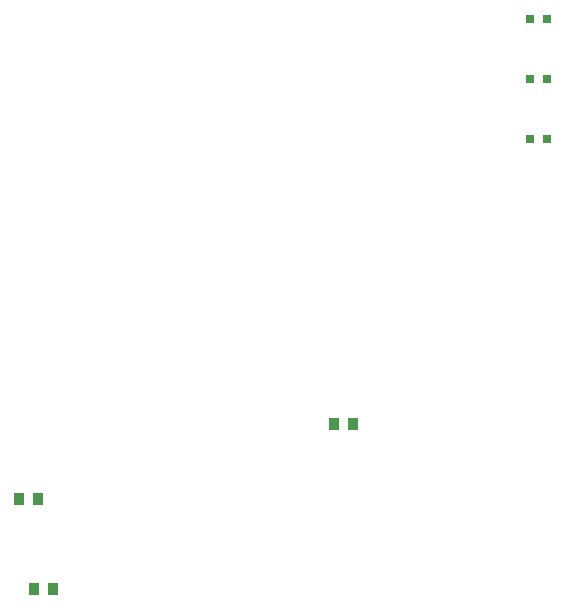
<source format=gbr>
G04 EAGLE Gerber RS-274X export*
G75*
%MOMM*%
%FSLAX34Y34*%
%LPD*%
%INSolderpaste Top*%
%IPPOS*%
%AMOC8*
5,1,8,0,0,1.08239X$1,22.5*%
G01*
%ADD10R,0.800000X0.800000*%
%ADD11R,0.949959X1.031241*%


D10*
X932300Y495300D03*
X947300Y495300D03*
X932300Y444500D03*
X947300Y444500D03*
X932300Y546100D03*
X947300Y546100D03*
D11*
X766699Y203200D03*
X782701Y203200D03*
X512699Y63500D03*
X528701Y63500D03*
X499999Y139700D03*
X516001Y139700D03*
M02*

</source>
